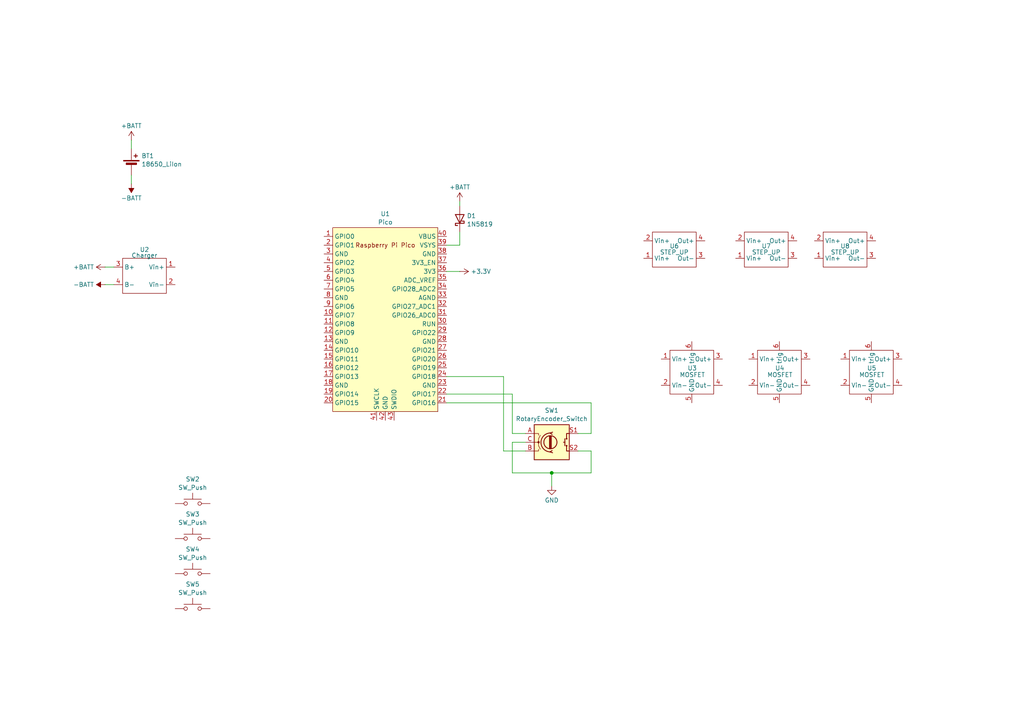
<source format=kicad_sch>
(kicad_sch (version 20231120) (generator "eeschema") (generator_version "8.0")
  (paper "A4")
  (title_block (title "LARS V2") (date "2024-04-01") (rev "1") (comment 1 "https://git.xythobuz.de/thomas/drumkit") (comment 2 "Licensed under the CERN-OHL-S-2.0+") (comment 4 "Copyright (c) 2024 Thomas Buck, Kauzerei"))
  (lib_symbols
    (symbol "Device:Battery_Cell" (pin_numbers hide) (pin_names (offset 0) hide)
      (property "Reference" "BT" (at 2.54 2.54 0))
      (property "Value" "Battery_Cell" (at 2.54 0 0))
      (symbol "Battery_Cell_0_1"
        (rectangle (start -2.286 1.778) (end 2.286 1.524) (fill (type outline)))
        (rectangle (start -1.524 1.016) (end 1.524 0.508) (fill (type outline)))
        (polyline (pts (xy 0 0.762) (xy 0 0)))
        (polyline (pts (xy 0 1.778) (xy 0 2.54)))
        (polyline (pts (xy 0.762 3.048) (xy 1.778 3.048)) (stroke (width 0.254)))
        (polyline (pts (xy 1.27 3.556) (xy 1.27 2.54)) (stroke (width 0.254)))
      )
      (symbol "Battery_Cell_1_1"
        (pin passive line (at 0 5.08 270) (length 2.54) (name "+") (number "1"))
        (pin passive line (at 0 -2.54 90) (length 2.54) (name "-") (number "2"))
      )
    )
    (symbol "Device:RotaryEncoder_Switch" (pin_names (offset 0.254) hide)
      (property "Reference" "SW" (at 0 6.604 0))
      (property "Value" "RotaryEncoder_Switch" (at 0 -6.604 0))
      (symbol "RotaryEncoder_Switch_0_1"
        (rectangle (start -5.08 5.08) (end 5.08 -5.08) (stroke (width 0.254)) (fill (type background)))
        (circle (center -3.81 0) (radius 0.254) (fill (type outline)))
        (circle (center -0.381 0) (radius 1.905) (stroke (width 0.254)))
        (arc (start -0.381 2.667) (mid -3.0988 -0.0635) (end -0.381 -2.794) (stroke (width 0.254)))
        (polyline (pts (xy -0.635 -1.778) (xy -0.635 1.778)) (stroke (width 0.254)))
        (polyline (pts (xy -0.381 -1.778) (xy -0.381 1.778)) (stroke (width 0.254)))
        (polyline (pts (xy -0.127 1.778) (xy -0.127 -1.778)) (stroke (width 0.254)))
        (polyline (pts (xy 3.81 0) (xy 3.429 0)) (stroke (width 0.254)))
        (polyline (pts (xy 3.81 1.016) (xy 3.81 -1.016)) (stroke (width 0.254)))
        (polyline (pts (xy -5.08 -2.54) (xy -3.81 -2.54) (xy -3.81 -2.032)))
        (polyline (pts (xy -5.08 2.54) (xy -3.81 2.54) (xy -3.81 2.032)))
        (polyline (pts (xy 0.254 -3.048) (xy -0.508 -2.794) (xy 0.127 -2.413)) (stroke (width 0.254)))
        (polyline (pts (xy 0.254 2.921) (xy -0.508 2.667) (xy 0.127 2.286)) (stroke (width 0.254)))
        (polyline (pts (xy 5.08 -2.54) (xy 4.318 -2.54) (xy 4.318 -1.016)) (stroke (width 0.254)))
        (polyline (pts (xy 5.08 2.54) (xy 4.318 2.54) (xy 4.318 1.016)) (stroke (width 0.254)))
        (polyline (pts (xy -5.08 0) (xy -3.81 0) (xy -3.81 -1.016) (xy -3.302 -2.032)))
        (polyline (pts (xy -4.318 0) (xy -3.81 0) (xy -3.81 1.016) (xy -3.302 2.032)))
        (circle (center 4.318 -1.016) (radius 0.127) (stroke (width 0.254)))
        (circle (center 4.318 1.016) (radius 0.127) (stroke (width 0.254)))
      )
      (symbol "RotaryEncoder_Switch_1_1"
        (pin passive line (at -7.62 2.54 0) (length 2.54) (name "A") (number "A"))
        (pin passive line (at -7.62 -2.54 0) (length 2.54) (name "B") (number "B"))
        (pin passive line (at -7.62 0 0) (length 2.54) (name "C") (number "C"))
        (pin passive line (at 7.62 2.54 180) (length 2.54) (name "S1") (number "S1"))
        (pin passive line (at 7.62 -2.54 180) (length 2.54) (name "S2") (number "S2"))
      )
    )
    (symbol "Diode:1N5819" (pin_numbers hide) (pin_names (offset 1.016) hide)
      (property "Reference" "D" (at 0 2.54 0))
      (property "Value" "1N5819" (at 0 -2.54 0))
      (symbol "1N5819_0_1"
        (polyline (pts (xy 1.27 0) (xy -1.27 0)))
        (polyline (pts (xy 1.27 1.27) (xy 1.27 -1.27) (xy -1.27 0) (xy 1.27 1.27)) (stroke (width 0.254)))
        (polyline (pts (xy -1.905 0.635) (xy -1.905 1.27) (xy -1.27 1.27) (xy -1.27 -1.27) (xy -0.635 -1.27) (xy -0.635 -0.635)) (stroke (width 0.254)))
      )
      (symbol "1N5819_1_1"
        (pin passive line (at -3.81 0 0) (length 2.54) (name "K") (number "1"))
        (pin passive line (at 3.81 0 180) (length 2.54) (name "A") (number "2"))
      )
    )
    (symbol "KiCad-RP-Pico:Pico"
      (property "Reference" "U" (at -13.97 27.94 0))
      (property "Value" "Pico" (at 0 19.05 0))
      (symbol "Pico_0_0"
        (text "Raspberry Pi Pico" (at 0 21.59 0) (effects (font (size 1.27 1.27))))
      )
      (symbol "Pico_0_1"
        (rectangle (start -15.24 26.67) (end 15.24 -26.67) (fill (type background)))
      )
      (symbol "Pico_1_1"
        (pin bidirectional line (at -17.78 24.13 0) (length 2.54) (name "GPIO0") (number "1"))
        (pin bidirectional line (at -17.78 1.27 0) (length 2.54) (name "GPIO7") (number "10"))
        (pin bidirectional line (at -17.78 -1.27 0) (length 2.54) (name "GPIO8") (number "11"))
        (pin bidirectional line (at -17.78 -3.81 0) (length 2.54) (name "GPIO9") (number "12"))
        (pin power_in line (at -17.78 -6.35 0) (length 2.54) (name "GND") (number "13"))
        (pin bidirectional line (at -17.78 -8.89 0) (length 2.54) (name "GPIO10") (number "14"))
        (pin bidirectional line (at -17.78 -11.43 0) (length 2.54) (name "GPIO11") (number "15"))
        (pin bidirectional line (at -17.78 -13.97 0) (length 2.54) (name "GPIO12") (number "16"))
        (pin bidirectional line (at -17.78 -16.51 0) (length 2.54) (name "GPIO13") (number "17"))
        (pin power_in line (at -17.78 -19.05 0) (length 2.54) (name "GND") (number "18"))
        (pin bidirectional line (at -17.78 -21.59 0) (length 2.54) (name "GPIO14") (number "19"))
        (pin bidirectional line (at -17.78 21.59 0) (length 2.54) (name "GPIO1") (number "2"))
        (pin bidirectional line (at -17.78 -24.13 0) (length 2.54) (name "GPIO15") (number "20"))
        (pin bidirectional line (at 17.78 -24.13 180) (length 2.54) (name "GPIO16") (number "21"))
        (pin bidirectional line (at 17.78 -21.59 180) (length 2.54) (name "GPIO17") (number "22"))
        (pin power_in line (at 17.78 -19.05 180) (length 2.54) (name "GND") (number "23"))
        (pin bidirectional line (at 17.78 -16.51 180) (length 2.54) (name "GPIO18") (number "24"))
        (pin bidirectional line (at 17.78 -13.97 180) (length 2.54) (name "GPIO19") (number "25"))
        (pin bidirectional line (at 17.78 -11.43 180) (length 2.54) (name "GPIO20") (number "26"))
        (pin bidirectional line (at 17.78 -8.89 180) (length 2.54) (name "GPIO21") (number "27"))
        (pin power_in line (at 17.78 -6.35 180) (length 2.54) (name "GND") (number "28"))
        (pin bidirectional line (at 17.78 -3.81 180) (length 2.54) (name "GPIO22") (number "29"))
        (pin power_in line (at -17.78 19.05 0) (length 2.54) (name "GND") (number "3"))
        (pin input line (at 17.78 -1.27 180) (length 2.54) (name "RUN") (number "30"))
        (pin bidirectional line (at 17.78 1.27 180) (length 2.54) (name "GPIO26_ADC0") (number "31"))
        (pin bidirectional line (at 17.78 3.81 180) (length 2.54) (name "GPIO27_ADC1") (number "32"))
        (pin power_in line (at 17.78 6.35 180) (length 2.54) (name "AGND") (number "33"))
        (pin bidirectional line (at 17.78 8.89 180) (length 2.54) (name "GPIO28_ADC2") (number "34"))
        (pin input line (at 17.78 11.43 180) (length 2.54) (name "ADC_VREF") (number "35"))
        (pin power_out line (at 17.78 13.97 180) (length 2.54) (name "3V3") (number "36"))
        (pin input line (at 17.78 16.51 180) (length 2.54) (name "3V3_EN") (number "37"))
        (pin power_in line (at 17.78 19.05 180) (length 2.54) (name "GND") (number "38"))
        (pin power_in line (at 17.78 21.59 180) (length 2.54) (name "VSYS") (number "39"))
        (pin bidirectional line (at -17.78 16.51 0) (length 2.54) (name "GPIO2") (number "4"))
        (pin power_in line (at 17.78 24.13 180) (length 2.54) (name "VBUS") (number "40"))
        (pin input line (at -2.54 -29.21 90) (length 2.54) (name "SWCLK") (number "41"))
        (pin power_in line (at 0 -29.21 90) (length 2.54) (name "GND") (number "42"))
        (pin bidirectional line (at 2.54 -29.21 90) (length 2.54) (name "SWDIO") (number "43"))
        (pin bidirectional line (at -17.78 13.97 0) (length 2.54) (name "GPIO3") (number "5"))
        (pin bidirectional line (at -17.78 11.43 0) (length 2.54) (name "GPIO4") (number "6"))
        (pin bidirectional line (at -17.78 8.89 0) (length 2.54) (name "GPIO5") (number "7"))
        (pin power_in line (at -17.78 6.35 0) (length 2.54) (name "GND") (number "8"))
        (pin bidirectional line (at -17.78 3.81 0) (length 2.54) (name "GPIO6") (number "9"))
      )
    )
    (symbol "Switch:SW_Push" (pin_numbers hide) (pin_names (offset 1.016) hide)
      (property "Reference" "SW" (at 1.27 2.54 0))
      (property "Value" "SW_Push" (at 0 -1.524 0))
      (symbol "SW_Push_0_1"
        (circle (center -2.032 0) (radius 0.508))
        (polyline (pts (xy 0 1.27) (xy 0 3.048)))
        (polyline (pts (xy 2.54 1.27) (xy -2.54 1.27)))
        (circle (center 2.032 0) (radius 0.508))
        (pin passive line (at -5.08 0 0) (length 2.54) (name "1") (number "1"))
        (pin passive line (at 5.08 0 180) (length 2.54) (name "2") (number "2"))
      )
    )
    (symbol "chinese_modules:charger"
      (property "Reference" "U" (at 0 0 0))
      (symbol "charger_0_1"
        (rectangle (start -6.35 5.08) (end 6.35 -5.08))
      )
      (symbol "charger_1_1"
        (pin input line (at 8.89 2.54 180) (length 2.54) (name "Vin+") (number "1"))
        (pin input line (at 8.89 -2.54 180) (length 2.54) (name "Vin-") (number "2"))
        (pin input line (at -8.89 2.54 0) (length 2.54) (name "B+") (number "3"))
        (pin input line (at -8.89 -2.54 0) (length 2.54) (name "B-") (number "4"))
      )
    )
    (symbol "chinese_modules:dc-dc"
      (property "Reference" "U6" (at 0 1.016 0))
      (property "Value" "~" (at 0 -0.762 0))
      (symbol "dc-dc_0_1"
        (rectangle (start -6.35 5.08) (end 6.35 -5.08))
      )
      (symbol "dc-dc_1_1"
        (pin power_in line (at -8.89 -2.54 0) (length 2.54) (name "Vin+") (number "1"))
        (pin power_in line (at -8.89 2.54 0) (length 2.54) (name "Vin+") (number "2"))
        (pin power_out line (at 8.89 -2.54 180) (length 2.54) (name "Out-") (number "3"))
        (pin power_out line (at 8.89 2.54 180) (length 2.54) (name "Out+") (number "4"))
      )
    )
    (symbol "chinese_modules:xy-mos"
      (property "Reference" "U3" (at -1.27 1.1734 0))
      (property "Value" "~" (at -0.508 -0.508 0))
      (symbol "xy-mos_0_1"
        (rectangle (start -6.35 6.35) (end 6.35 -6.35))
      )
      (symbol "xy-mos_1_1"
        (pin power_in line (at -8.89 3.81 0) (length 2.54) (name "Vin+") (number "1"))
        (pin power_in line (at -8.89 -3.81 0) (length 2.54) (name "Vin-") (number "2"))
        (pin power_out line (at 8.89 3.81 180) (length 2.54) (name "Out+") (number "3"))
        (pin power_out line (at 8.89 -3.81 180) (length 2.54) (name "Out-") (number "4"))
        (pin input line (at 0 -8.89 90) (length 2.54) (name "GND") (number "5"))
        (pin input line (at 0 8.89 270) (length 2.54) (name "trig") (number "6"))
      )
    )
    (symbol "power:+3.3V" (power) (pin_numbers hide) (pin_names (offset 0) hide)
      (property "Value" "+3.3V" (at 0 3.556 0))
      (symbol "+3.3V_0_1"
        (polyline (pts (xy -0.762 1.27) (xy 0 2.54)))
        (polyline (pts (xy 0 0) (xy 0 2.54)))
        (polyline (pts (xy 0 2.54) (xy 0.762 1.27)))
      )
      (symbol "+3.3V_1_1"
        (pin power_in line (at 0 0 90) (length 0) (name "~") (number "1"))
      )
    )
    (symbol "power:+BATT" (power) (pin_numbers hide) (pin_names (offset 0) hide)
      (property "Value" "+BATT" (at 0 3.556 0))
      (symbol "+BATT_0_1"
        (polyline (pts (xy -0.762 1.27) (xy 0 2.54)))
        (polyline (pts (xy 0 0) (xy 0 2.54)))
        (polyline (pts (xy 0 2.54) (xy 0.762 1.27)))
      )
      (symbol "+BATT_1_1"
        (pin power_in line (at 0 0 90) (length 0) (name "~") (number "1"))
      )
    )
    (symbol "power:-BATT" (power) (pin_numbers hide) (pin_names (offset 0) hide)
      (property "Value" "-BATT" (at 0 3.556 0))
      (symbol "-BATT_0_1"
        (polyline (pts (xy 0 0) (xy 0 2.54)))
        (polyline (pts (xy 0.762 1.27) (xy -0.762 1.27) (xy 0 2.54) (xy 0.762 1.27)) (fill (type outline)))
      )
      (symbol "-BATT_1_1"
        (pin power_in line (at 0 0 90) (length 0) (name "~") (number "1"))
      )
    )
    (symbol "power:GND" (power) (pin_numbers hide) (pin_names (offset 0) hide)
      (property "Value" "GND" (at 0 -3.81 0))
      (symbol "GND_0_1"
        (polyline (pts (xy 0 0) (xy 0 -1.27) (xy 1.27 -1.27) (xy 0 -2.54) (xy -1.27 -1.27) (xy 0 -1.27)))
      )
      (symbol "GND_1_1"
        (pin power_in line (at 0 0 270) (length 0) (name "~") (number "1"))
      )
    )
  )
  (junction (at 160.02 137.16))
  (wire (pts (xy 171.45 130.81) (xy 167.64 130.81)))
  (wire (pts (xy 129.54 109.22) (xy 146.05 109.22)))
  (wire (pts (xy 38.1 40.64) (xy 38.1 43.18)))
  (wire (pts (xy 148.59 125.73) (xy 152.4 125.73)))
  (wire (pts (xy 171.45 137.16) (xy 171.45 130.81)))
  (wire (pts (xy 129.54 78.74) (xy 133.35 78.74)))
  (wire (pts (xy 129.54 114.3) (xy 148.59 114.3)))
  (wire (pts (xy 30.48 77.47) (xy 33.02 77.47)))
  (wire (pts (xy 160.02 137.16) (xy 160.02 140.97)))
  (wire (pts (xy 171.45 125.73) (xy 167.64 125.73)))
  (wire (pts (xy 146.05 130.81) (xy 152.4 130.81)))
  (wire (pts (xy 38.1 50.8) (xy 38.1 53.34)))
  (wire (pts (xy 152.4 128.27) (xy 148.59 128.27)))
  (wire (pts (xy 133.35 71.12) (xy 133.35 67.31)))
  (wire (pts (xy 133.35 58.42) (xy 133.35 59.69)))
  (wire (pts (xy 148.59 128.27) (xy 148.59 137.16)))
  (wire (pts (xy 160.02 137.16) (xy 171.45 137.16)))
  (wire (pts (xy 171.45 116.84) (xy 171.45 125.73)))
  (wire (pts (xy 148.59 137.16) (xy 160.02 137.16)))
  (wire (pts (xy 148.59 114.3) (xy 148.59 125.73)))
  (wire (pts (xy 30.48 82.55) (xy 33.02 82.55)))
  (wire (pts (xy 129.54 116.84) (xy 171.45 116.84)))
  (wire (pts (xy 129.54 71.12) (xy 133.35 71.12)))
  (wire (pts (xy 146.05 109.22) (xy 146.05 130.81)))
  (symbol (lib_id "chinese_modules:xy-mos") (at 200.66 107.95 0) (unit 1)
    (property "Reference" "U3" (at 199.39 106.7766 0) (effects (justify left)))
    (property "Value" "MOSFET" (at 197.104 108.712 0) (effects (justify left)))
    (property "Footprint" "chinese_modules:xy-mos" (effects (hide yes)))
  )
  (symbol (lib_id "chinese_modules:dc-dc") (at 195.58 72.39 0) (unit 1)
    (property "Reference" "U6" (at 195.58 71.374 0))
    (property "Value" "STEP_UP" (at 195.58 73.152 0))
    (property "Footprint" "chinese_modules:dc-dc module" (effects (hide yes)))
  )
  (symbol (lib_id "power:+BATT") (at 30.48 77.47 90) (unit 1)
    (property "Reference" "#PWR07" (effects (hide yes)))
    (property "Value" "+BATT" (at 27.305 77.47 90) (effects (justify left)))
    (property "Description" "Power symbol creates a global label with name \"+BATT\"" (effects (hide yes)))
  )
  (symbol (lib_id "Switch:SW_Push") (at 55.88 156.21 0) (unit 1)
    (property "Reference" "SW3" (at 55.88 149.1445 0))
    (property "Value" "SW_Push" (at 55.88 151.5688 0))
    (property "Footprint" "Button_Switch_THT:SW_PUSH_6mm_H5mm" (effects (hide yes)))
    (property "Description" "Push button switch, generic, two pins" (effects (hide yes)))
  )
  (symbol (lib_id "chinese_modules:dc-dc") (at 245.11 72.39 0) (unit 1)
    (property "Reference" "U8" (at 245.11 71.374 0))
    (property "Value" "STEP_UP" (at 245.11 73.152 0))
    (property "Footprint" "chinese_modules:dc-dc module" (effects (hide yes)))
  )
  (symbol (lib_id "power:GND") (at 160.02 140.97 0) (unit 1)
    (property "Reference" "#PWR03" (effects (hide yes)))
    (property "Value" "GND" (at 160.02 145.1031 0))
    (property "Description" "Power symbol creates a global label with name \"GND\" , ground" (effects (hide yes)))
  )
  (symbol (lib_id "chinese_modules:charger") (at 41.91 80.01 0) (unit 1)
    (property "Reference" "U2" (at 41.91 72.3985 0))
    (property "Value" "Charger" (at 41.91 74.0799 0))
    (property "Footprint" "chinese_modules:charger" (effects (hide yes)))
  )
  (symbol (lib_id "power:+BATT") (at 133.35 58.42 0) (unit 1)
    (property "Reference" "#PWR01" (effects (hide yes)))
    (property "Value" "+BATT" (at 133.35 54.2869 0))
    (property "Description" "Power symbol creates a global label with name \"+BATT\"" (effects (hide yes)))
  )
  (symbol (lib_id "Switch:SW_Push") (at 55.88 146.05 0) (unit 1)
    (property "Reference" "SW2" (at 55.88 138.9845 0))
    (property "Value" "SW_Push" (at 55.88 141.4088 0))
    (property "Footprint" "Button_Switch_THT:SW_PUSH_6mm_H5mm" (effects (hide yes)))
    (property "Description" "Push button switch, generic, two pins" (effects (hide yes)))
  )
  (symbol (lib_id "chinese_modules:xy-mos") (at 226.06 107.95 0) (unit 1)
    (property "Reference" "U4" (at 224.79 106.7766 0) (effects (justify left)))
    (property "Value" "MOSFET" (at 222.504 108.712 0) (effects (justify left)))
    (property "Footprint" "chinese_modules:xy-mos" (effects (hide yes)))
  )
  (symbol (lib_id "power:+BATT") (at 38.1 40.64 0) (unit 1)
    (property "Reference" "#PWR04" (effects (hide yes)))
    (property "Value" "+BATT" (at 38.1 36.5069 0))
    (property "Description" "Power symbol creates a global label with name \"+BATT\"" (effects (hide yes)))
  )
  (symbol (lib_id "Device:Battery_Cell") (at 38.1 48.26 0) (unit 1)
    (property "Reference" "BT1" (at 41.021 45.2063 0) (effects (justify left)))
    (property "Value" "18650_LiIon" (at 41.021 47.6306 0) (effects (justify left)))
    (property "Footprint" "Battery:BatteryHolder_Keystone_1042_1x18650" (effects (hide yes)))
    (property "Description" "Single-cell battery" (effects (hide yes)))
  )
  (symbol (lib_id "Diode:1N5819") (at 133.35 63.5 90) (unit 1)
    (property "Reference" "D1" (at 135.382 62.6053 90) (effects (justify right)))
    (property "Value" "1N5819" (at 135.382 65.0296 90) (effects (justify right)))
    (property "Footprint" "Diode_THT:D_DO-41_SOD81_P10.16mm_Horizontal" (effects (hide yes)))
    (property "Datasheet" "http://www.vishay.com/docs/88525/1n5817.pdf" (effects (hide yes)))
    (property "Description" "40V 1A Schottky Barrier Rectifier Diode, DO-41" (effects (hide yes)))
  )
  (symbol (lib_id "power:-BATT") (at 30.48 82.55 90) (unit 1)
    (property "Reference" "#PWR06" (effects (hide yes)))
    (property "Value" "-BATT" (at 27.305 82.55 90) (effects (justify left)))
    (property "Description" "Power symbol creates a global label with name \"-BATT\"" (effects (hide yes)))
  )
  (symbol (lib_id "power:-BATT") (at 38.1 53.34 180) (unit 1)
    (property "Reference" "#PWR05" (effects (hide yes)))
    (property "Value" "-BATT" (at 38.1 57.4731 0))
    (property "Description" "Power symbol creates a global label with name \"-BATT\"" (effects (hide yes)))
  )
  (symbol (lib_id "KiCad-RP-Pico:Pico") (at 111.76 92.71 0) (unit 1)
    (property "Reference" "U1" (at 111.76 62.0225 0))
    (property "Value" "Pico" (at 111.76 64.4468 0))
    (property "Footprint" "MCU_RaspberryPi_and_Boards:RPi_Pico_SMD_TH" (effects (hide yes)))
  )
  (symbol (lib_id "power:+3.3V") (at 133.35 78.74 270) (unit 1)
    (property "Reference" "#PWR02" (effects (hide yes)))
    (property "Value" "+3.3V" (at 136.525 78.74 90) (effects (justify left)))
    (property "Description" "Power symbol creates a global label with name \"+3.3V\"" (effects (hide yes)))
  )
  (symbol (lib_id "Device:RotaryEncoder_Switch") (at 160.02 128.27 0) (unit 1)
    (property "Reference" "SW1" (at 160.02 119.0455 0))
    (property "Value" "RotaryEncoder_Switch" (at 160.02 121.4698 0))
    (property "Footprint" "Rotary_Encoder:RotaryEncoder_Alps_EC12E-Switch_Vertical_H20mm_CircularMountingHoles" (effects (hide yes)))
    (property "Description" "Rotary encoder, dual channel, incremental quadrate outputs, with switch" (effects (hide yes)))
  )
  (symbol (lib_id "chinese_modules:dc-dc") (at 222.25 72.39 0) (unit 1)
    (property "Reference" "U7" (at 222.25 71.374 0))
    (property "Value" "STEP_UP" (at 222.25 73.152 0))
    (property "Footprint" "chinese_modules:dc-dc module" (effects (hide yes)))
  )
  (symbol (lib_id "Switch:SW_Push") (at 55.88 176.53 0) (unit 1)
    (property "Reference" "SW5" (at 55.88 169.4645 0))
    (property "Value" "SW_Push" (at 55.88 171.8888 0))
    (property "Footprint" "Button_Switch_THT:SW_PUSH_6mm_H5mm" (effects (hide yes)))
    (property "Description" "Push button switch, generic, two pins" (effects (hide yes)))
  )
  (symbol (lib_id "chinese_modules:xy-mos") (at 252.73 107.95 0) (unit 1)
    (property "Reference" "U5" (at 251.46 106.7766 0) (effects (justify left)))
    (property "Value" "MOSFET" (at 249.174 108.712 0) (effects (justify left)))
    (property "Footprint" "chinese_modules:xy-mos" (effects (hide yes)))
  )
  (symbol (lib_id "Switch:SW_Push") (at 55.88 166.37 0) (unit 1)
    (property "Reference" "SW4" (at 55.88 159.3045 0))
    (property "Value" "SW_Push" (at 55.88 161.7288 0))
    (property "Footprint" "Button_Switch_THT:SW_PUSH_6mm_H5mm" (effects (hide yes)))
    (property "Description" "Push button switch, generic, two pins" (effects (hide yes)))
  )
)
</source>
